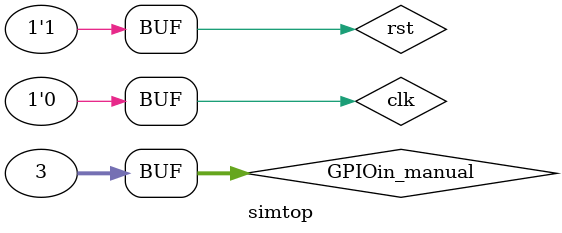
<source format=sv>

module simtop;

    // Define parameters for test case configuration
    parameter NUM_TESTS = 10;

    // Declare signals and variables
    logic clk;
    logic rst;
	 
	 // Probing CPU for test bench
    wire [31:0] inst_mem_out;
	 wire [4:0]  regdest_WB_out;
	 wire 		 regwrite_WB_out;
	 wire [1:0]  regselWB_reg_out;
	 wire [31:0] GPIOoutreg_out;
	 wire [31:0] GPIOin_reg_out;
	 wire [31:0] Rwb_reg_out;
	 wire [31:0] IMM_WB_reg_out;


    wire  [31:0] dummy;
    wire  [31:0] GPIOin_manual;
    logic [11:0] address_input; 
    logic [11:0] imm_val;
    logic [4:0] shamt_val;
    logic done;

	 assign GPIOin_manual = 32'd3;
	 
    // Instantiate the CPU and other components
    CPU cpu_inst (
        .clk(clk),
        .rst_n(rst),
        .GPIO_in(GPIOin_manual),
        .GPIO_out(dummy),
		  
		  // Test bench probing
		  .inst_mem_out(inst_mem_out),
		  .regdest_WB_out(regdest_WB_out),		//add 	- 	done
		  .regwrite_WB_out(regwrite_WB_out),	//add 	- 	done
		  .regselWB_reg_out(regselWB_reg_out),	//add 	- 	done
		  .GPIOoutreg_out(GPIOoutreg_out),		//csrrw 	- 	done
		  .GPIOin_reg_out(GPIOin_reg_out),		//csrrw 	-	done
		  .Rwb_reg_out(Rwb_reg_out), 				//add 	- 	done
		  .IMM_WB_reg_out(IMM_WB_reg_out) 		//lui 	- 	done
		
  );
	 


			
		//CLK RST	
		initial begin
			clk = 0; #5; // Set clock to 0
			rst = 0; #5; // Enable sync reset
		repeat(2) begin
			clk = ~clk; #5; // Cycle the clock once
		end
		rst = 1; #5; // Disable sync reset
			
		
	


		//ClK to load first instruction 
		repeat(2) begin
			clk = ~clk; #5; // Cycle Clock
		end

		//ClK to load second instruction 
		repeat(2) begin
			clk = ~clk; #5; // Cycle Clock
		end

		//ClK to load third instruction 
		repeat(2) begin
			clk = ~clk; #5; // Cycle Clock
		end
		
		
//################################Test of regdest_WB_out#######################################		
	//	updated
		repeat(2) begin
			clk = ~clk; #5; // Cycle Clock
		end
		if (regdest_WB_out == 5'b00011) begin
			$display("Test of regdest_WB_out passed");
		end else begin
			$display("Test of regdest_WB_out failed"); 
		end
		
		
//################################Test of regwrite_WB_out#######################################
	//	no need for update		
		if (regwrite_WB_out == 1'b1) begin
			$display("Test of regwrite_WB_out passed");
		end else begin
			$display("Test of regwrite_WB_out failed"); 
		end
		
		
//################################Test of regselWB_reg_out#######################################		
	//	no need for update
		if (regselWB_reg_out==2'h2) begin
			$display("Test of regselWB_reg_out passed");
		end else begin
			$display("Test of regselWB_reg_out failed"); 
		end
		
		
//################################Test of Rwb_reg_out#######################################			
	//	updated
		
		if (Rwb_reg_out==32'b0000_0000_0000_0000_0000_0000_0001_1101) begin
			$display("Test of Rwb_reg_out passed");
		end else begin
			$display("Test of Rwb_reg_out failed"); 
		end
		
		
//#################################Test IMM_WB_reg_out##########################################
	
		//Clock forward 20 to correct instruction of lui
		repeat(40) begin
			clk = ~clk; #5; // Cycle Clock
		end
		
		
		//Read IMM_WB_REG for expected value from inst_mem.dat	
		if (IMM_WB_reg_out == 32'b1101_1011_1110_1110_1111_0000_0000_0000) begin
			$display("Test of IMM_WB_reg passed");
		end else begin
			$display("Test of IMM_WB_reg failed"); 
		end
		
//################################Test of GPIOoutreg_out#######################################			
		
		repeat(2) begin
			clk = ~clk; #5; // Cycle Clock
		end
		
		if (GPIOoutreg_out == 32'b1000_1000_0000_0000_0000_0000_0000_0000) begin
			$display("Test of GPIOoutreg_out passed");
		end else begin
			$display("Test of GPIOoutreg_out failed"); 
		end
	
	
//################################Test of GPIOin_reg_out#######################################

		repeat(2) begin
			clk = ~clk; #5; // Cycle Clock
		end
	
		if (GPIOin_reg_out == 32'd3) begin
			$display("Test of GPIOin_reg_out passed");
		end else begin
			$display("Test of GPIOin_reg_out failed"); 
		end
	
		
	end
endmodule  

</source>
